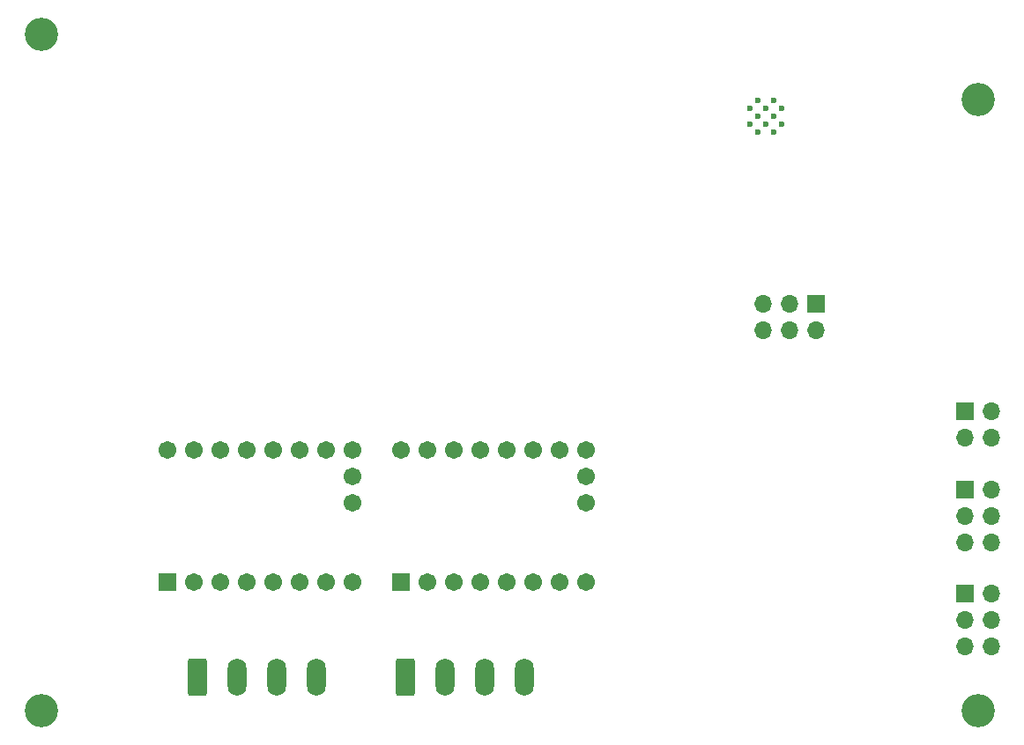
<source format=gbs>
%TF.GenerationSoftware,KiCad,Pcbnew,8.0.2*%
%TF.CreationDate,2025-04-15T08:32:21+02:00*%
%TF.ProjectId,Mainboard,4d61696e-626f-4617-9264-2e6b69636164,v1.0*%
%TF.SameCoordinates,Original*%
%TF.FileFunction,Soldermask,Bot*%
%TF.FilePolarity,Negative*%
%FSLAX46Y46*%
G04 Gerber Fmt 4.6, Leading zero omitted, Abs format (unit mm)*
G04 Created by KiCad (PCBNEW 8.0.2) date 2025-04-15 08:32:21*
%MOMM*%
%LPD*%
G01*
G04 APERTURE LIST*
G04 Aperture macros list*
%AMRoundRect*
0 Rectangle with rounded corners*
0 $1 Rounding radius*
0 $2 $3 $4 $5 $6 $7 $8 $9 X,Y pos of 4 corners*
0 Add a 4 corners polygon primitive as box body*
4,1,4,$2,$3,$4,$5,$6,$7,$8,$9,$2,$3,0*
0 Add four circle primitives for the rounded corners*
1,1,$1+$1,$2,$3*
1,1,$1+$1,$4,$5*
1,1,$1+$1,$6,$7*
1,1,$1+$1,$8,$9*
0 Add four rect primitives between the rounded corners*
20,1,$1+$1,$2,$3,$4,$5,0*
20,1,$1+$1,$4,$5,$6,$7,0*
20,1,$1+$1,$6,$7,$8,$9,0*
20,1,$1+$1,$8,$9,$2,$3,0*%
G04 Aperture macros list end*
%ADD10RoundRect,0.250000X-0.650000X-1.550000X0.650000X-1.550000X0.650000X1.550000X-0.650000X1.550000X0*%
%ADD11O,1.800000X3.600000*%
%ADD12C,3.200000*%
%ADD13R,1.700000X1.700000*%
%ADD14O,1.700000X1.700000*%
%ADD15C,0.600000*%
%ADD16RoundRect,0.102000X0.754000X-0.754000X0.754000X0.754000X-0.754000X0.754000X-0.754000X-0.754000X0*%
%ADD17C,1.712000*%
G04 APERTURE END LIST*
D10*
%TO.C,J1*%
X112646000Y-130370000D03*
D11*
X116456000Y-130370000D03*
X120266000Y-130370000D03*
X124076000Y-130370000D03*
%TD*%
D12*
%TO.C,H2*%
X97646000Y-133620000D03*
%TD*%
D10*
%TO.C,J3*%
X132646000Y-130370000D03*
D11*
X136456000Y-130370000D03*
X140266000Y-130370000D03*
X144076000Y-130370000D03*
%TD*%
D13*
%TO.C,J2*%
X186371000Y-104870000D03*
D14*
X188911000Y-104870000D03*
X186371000Y-107410000D03*
X188911000Y-107410000D03*
%TD*%
D13*
%TO.C,J6*%
X186371000Y-112345000D03*
D14*
X188911000Y-112345000D03*
X186371000Y-114885000D03*
X188911000Y-114885000D03*
X186371000Y-117425000D03*
X188911000Y-117425000D03*
%TD*%
D12*
%TO.C,H3*%
X187646000Y-133620000D03*
%TD*%
D15*
%TO.C,U4*%
X165786000Y-75710000D03*
X165786000Y-77210000D03*
X166536000Y-74960000D03*
X166536000Y-76460000D03*
X166536000Y-77960000D03*
X167286000Y-75710000D03*
X167286000Y-77210000D03*
X168036000Y-74960000D03*
X168036000Y-76460000D03*
X168036000Y-77960000D03*
X168786000Y-75710000D03*
X168786000Y-77210000D03*
%TD*%
D16*
%TO.C,U3*%
X109756000Y-121220000D03*
D17*
X112296000Y-121220000D03*
X114836000Y-121220000D03*
X117376000Y-121220000D03*
X119916000Y-121220000D03*
X122456000Y-121220000D03*
X124996000Y-121220000D03*
X127536000Y-121220000D03*
X109756000Y-108520000D03*
X112296000Y-108520000D03*
X114836000Y-108520000D03*
X117376000Y-108520000D03*
X119916000Y-108520000D03*
X122456000Y-108520000D03*
X124996000Y-108520000D03*
X127536000Y-108520000D03*
X127536000Y-113600000D03*
X127536000Y-111060000D03*
%TD*%
D12*
%TO.C,H4*%
X187646000Y-74870000D03*
%TD*%
%TO.C,H1*%
X97646000Y-68620000D03*
%TD*%
D16*
%TO.C,U5*%
X132256000Y-121220000D03*
D17*
X134796000Y-121220000D03*
X137336000Y-121220000D03*
X139876000Y-121220000D03*
X142416000Y-121220000D03*
X144956000Y-121220000D03*
X147496000Y-121220000D03*
X150036000Y-121220000D03*
X132256000Y-108520000D03*
X134796000Y-108520000D03*
X137336000Y-108520000D03*
X139876000Y-108520000D03*
X142416000Y-108520000D03*
X144956000Y-108520000D03*
X147496000Y-108520000D03*
X150036000Y-108520000D03*
X150036000Y-113600000D03*
X150036000Y-111060000D03*
%TD*%
D13*
%TO.C,J5*%
X186371000Y-122345000D03*
D14*
X188911000Y-122345000D03*
X186371000Y-124885000D03*
X188911000Y-124885000D03*
X186371000Y-127425000D03*
X188911000Y-127425000D03*
%TD*%
D13*
%TO.C,J4*%
X172139000Y-94491000D03*
D14*
X172139000Y-97031000D03*
X169599000Y-94491000D03*
X169599000Y-97031000D03*
X167059000Y-94491000D03*
X167059000Y-97031000D03*
%TD*%
M02*

</source>
